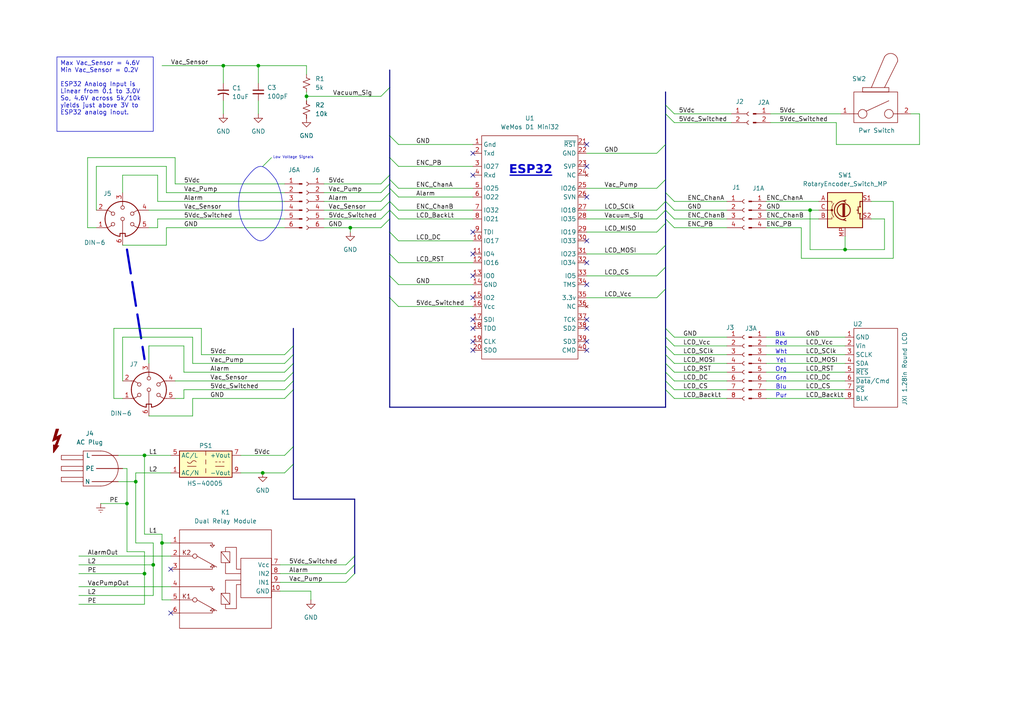
<source format=kicad_sch>
(kicad_sch (version 20250114) (generator "eeschema") (generator_version "9.0")
  (paper "A4")
  (title_block (title "CNC Vacuum Pump Controller") (date "2025-07-25") (rev "0.1") (company "JK&Sons, Engineering"))
  (lib_symbols
    (symbol "Connector:Conn_01x02_Pin" (pin_names (offset 1.016) (hide yes))
      (property "Reference" "J" (at 0 2.54 0))
      (property "Value" "Conn_01x02_Pin" (at 0 -5.08 0))
      (symbol "Conn_01x02_Pin_1_1"
        (pin passive line (at 5.08 0 180) (length 3.81) (name "Pin_1") (number "1"))
        (pin passive line (at 5.08 -2.54 180) (length 3.81) (name "Pin_2") (number "2"))
      )
    )
    (symbol "Connector:Conn_01x02_Socket" (pin_names (offset 1.016) (hide yes))
      (property "Reference" "J" (at 0 2.54 0))
      (property "Value" "Conn_01x02_Socket" (at 0 -5.08 0))
      (symbol "Conn_01x02_Socket_1_1"
        (pin passive line (at -5.08 0 0) (length 3.81) (name "Pin_1") (number "1"))
        (pin passive line (at -5.08 -2.54 0) (length 3.81) (name "Pin_2") (number "2"))
      )
    )
    (symbol "Connector:Conn_01x04_Pin" (pin_names (offset 1.016) (hide yes))
      (property "Reference" "J" (at 0 5.08 0))
      (property "Value" "Conn_01x04_Pin" (at 0 -7.62 0))
      (symbol "Conn_01x04_Pin_1_1"
        (pin passive line (at 5.08 2.54 180) (length 3.81) (name "Pin_1") (number "1"))
        (pin passive line (at 5.08 0 180) (length 3.81) (name "Pin_2") (number "2"))
        (pin passive line (at 5.08 -2.54 180) (length 3.81) (name "Pin_3") (number "3"))
        (pin passive line (at 5.08 -5.08 180) (length 3.81) (name "Pin_4") (number "4"))
      )
    )
    (symbol "Connector:Conn_01x04_Socket" (pin_names (offset 1.016) (hide yes))
      (property "Reference" "J" (at 0 5.08 0))
      (property "Value" "Conn_01x04_Socket" (at 0 -7.62 0))
      (symbol "Conn_01x04_Socket_1_1"
        (pin passive line (at -5.08 2.54 0) (length 3.81) (name "Pin_1") (number "1"))
        (pin passive line (at -5.08 0 0) (length 3.81) (name "Pin_2") (number "2"))
        (pin passive line (at -5.08 -2.54 0) (length 3.81) (name "Pin_3") (number "3"))
        (pin passive line (at -5.08 -5.08 0) (length 3.81) (name "Pin_4") (number "4"))
      )
    )
    (symbol "Connector:Conn_01x06_Pin" (pin_names (offset 1.016) (hide yes))
      (property "Reference" "J" (at 0 7.62 0))
      (property "Value" "Conn_01x06_Pin" (at 0 -10.16 0))
      (symbol "Conn_01x06_Pin_1_1"
        (pin passive line (at 5.08 5.08 180) (length 3.81) (name "Pin_1") (number "1"))
        (pin passive line (at 5.08 2.54 180) (length 3.81) (name "Pin_2") (number "2"))
        (pin passive line (at 5.08 0 180) (length 3.81) (name "Pin_3") (number "3"))
        (pin passive line (at 5.08 -2.54 180) (length 3.81) (name "Pin_4") (number "4"))
        (pin passive line (at 5.08 -5.08 180) (length 3.81) (name "Pin_5") (number "5"))
        (pin passive line (at 5.08 -7.62 180) (length 3.81) (name "Pin_6") (number "6"))
      )
    )
    (symbol "Connector:Conn_01x06_Socket" (pin_names (offset 1.016) (hide yes))
      (property "Reference" "J" (at 0 7.62 0))
      (property "Value" "Conn_01x06_Socket" (at 0 -10.16 0))
      (symbol "Conn_01x06_Socket_1_1"
        (pin passive line (at -5.08 5.08 0) (length 3.81) (name "Pin_1") (number "1"))
        (pin passive line (at -5.08 2.54 0) (length 3.81) (name "Pin_2") (number "2"))
        (pin passive line (at -5.08 0 0) (length 3.81) (name "Pin_3") (number "3"))
        (pin passive line (at -5.08 -2.54 0) (length 3.81) (name "Pin_4") (number "4"))
        (pin passive line (at -5.08 -5.08 0) (length 3.81) (name "Pin_5") (number "5"))
        (pin passive line (at -5.08 -7.62 0) (length 3.81) (name "Pin_6") (number "6"))
      )
    )
    (symbol "Connector:Conn_01x08_Pin" (pin_names (offset 1.016) (hide yes))
      (property "Reference" "J" (at 0 10.16 0))
      (property "Value" "Conn_01x08_Pin" (at 0 -12.7 0))
      (symbol "Conn_01x08_Pin_1_1"
        (pin passive line (at 5.08 7.62 180) (length 3.81) (name "Pin_1") (number "1"))
        (pin passive line (at 5.08 5.08 180) (length 3.81) (name "Pin_2") (number "2"))
        (pin passive line (at 5.08 2.54 180) (length 3.81) (name "Pin_3") (number "3"))
        (pin passive line (at 5.08 0 180) (length 3.81) (name "Pin_4") (number "4"))
        (pin passive line (at 5.08 -2.54 180) (length 3.81) (name "Pin_5") (number "5"))
        (pin passive line (at 5.08 -5.08 180) (length 3.81) (name "Pin_6") (number "6"))
        (pin passive line (at 5.08 -7.62 180) (length 3.81) (name "Pin_7") (number "7"))
        (pin passive line (at 5.08 -10.16 180) (length 3.81) (name "Pin_8") (number "8"))
      )
    )
    (symbol "Connector:Conn_01x08_Socket" (pin_names (offset 1.016) (hide yes))
      (property "Reference" "J" (at 0 10.16 0))
      (property "Value" "Conn_01x08_Socket" (at 0 -12.7 0))
      (symbol "Conn_01x08_Socket_1_1"
        (pin passive line (at -5.08 7.62 0) (length 3.81) (name "Pin_1") (number "1"))
        (pin passive line (at -5.08 5.08 0) (length 3.81) (name "Pin_2") (number "2"))
        (pin passive line (at -5.08 2.54 0) (length 3.81) (name "Pin_3") (number "3"))
        (pin passive line (at -5.08 0 0) (length 3.81) (name "Pin_4") (number "4"))
        (pin passive line (at -5.08 -2.54 0) (length 3.81) (name "Pin_5") (number "5"))
        (pin passive line (at -5.08 -5.08 0) (length 3.81) (name "Pin_6") (number "6"))
        (pin passive line (at -5.08 -7.62 0) (length 3.81) (name "Pin_7") (number "7"))
        (pin passive line (at -5.08 -10.16 0) (length 3.81) (name "Pin_8") (number "8"))
      )
    )
    (symbol "Connector:DIN-6" (pin_names (offset 1.016))
      (property "Reference" "J" (at 3.175 5.715 0))
      (property "Value" "DIN-6" (at 4.445 -4.445 0))
      (symbol "DIN-6_1_1"
        (pin passive line (at -7.62 2.54 0) (length 2.54) (name "~") (number "2"))
        (pin passive line (at -7.62 -2.54 0) (length 2.54) (name "~") (number "1"))
        (pin passive line (at 0 7.62 270) (length 2.54) (name "~") (number "3"))
        (pin passive line (at 0 -7.62 90) (length 2.54) (name "~") (number "6"))
        (pin passive line (at 7.62 2.54 180) (length 2.54) (name "~") (number "4"))
        (pin passive line (at 7.62 -2.54 180) (length 2.54) (name "~") (number "5"))
      )
    )
    (symbol "Converter_ACDC:HS-40005"
      (property "Reference" "PS" (at 0 5.08 0))
      (property "Value" "HS-40005" (at 0 -5.08 0))
      (symbol "HS-40005_1_1"
        (pin power_in line (at -10.16 2.54 0) (length 2.54) (name "AC/L") (number "5"))
        (pin power_in line (at -10.16 -2.54 0) (length 2.54) (name "AC/N") (number "1"))
        (pin power_out line (at 10.16 2.54 180) (length 2.54) (name "+Vout") (number "7"))
        (pin power_out line (at 10.16 -2.54 180) (length 2.54) (name "-Vout") (number "9"))
      )
    )
    (symbol "Device:C_Small" (pin_numbers (hide yes)) (pin_names (offset 0.254) (hide yes))
      (property "Reference" "C" (at 0.254 1.778 0))
      (property "Value" "C_Small" (at 0.254 -2.032 0))
      (symbol "C_Small_1_1"
        (pin passive line (at 0 2.54 270) (length 2.032) (name "~") (number "1"))
        (pin passive line (at 0 -2.54 90) (length 2.032) (name "~") (number "2"))
      )
    )
    (symbol "Device:C_Small_US" (pin_numbers (hide yes)) (pin_names (offset 0.254) (hide yes))
      (property "Reference" "C" (at 0.254 1.778 0))
      (property "Value" "C_Small_US" (at 0.254 -2.032 0))
      (symbol "C_Small_US_1_1"
        (pin passive line (at 0 2.54 270) (length 2.032) (name "~") (number "1"))
        (pin passive line (at 0 -2.54 90) (length 2.032) (name "~") (number "2"))
      )
    )
    (symbol "Device:R_Small_US" (pin_numbers (hide yes)) (pin_names (offset 0.254) (hide yes))
      (property "Reference" "R" (at 0.762 0.508 0))
      (property "Value" "R_Small_US" (at 0.762 -1.016 0))
      (symbol "R_Small_US_1_1"
        (pin passive line (at 0 2.54 270) (length 1.016) (name "~") (number "1"))
        (pin passive line (at 0 -2.54 90) (length 1.016) (name "~") (number "2"))
      )
    )
    (symbol "Device:RotaryEncoder_Switch_MP" (pin_names (offset 0.254) (hide yes))
      (property "Reference" "SW" (at 0 8.89 0))
      (property "Value" "RotaryEncoder_Switch_MP" (at 0 6.35 0))
      (symbol "RotaryEncoder_Switch_MP_1_1"
        (pin passive line (at -7.62 2.54 0) (length 2.54) (name "A") (number "A"))
        (pin passive line (at -7.62 0 0) (length 2.54) (name "C") (number "C"))
        (pin passive line (at -7.62 -2.54 0) (length 2.54) (name "B") (number "B"))
        (pin passive line (at 0 -7.62 90) (length 2.54) (name "MP") (number "MP"))
        (pin passive line (at 7.62 2.54 180) (length 2.54) (name "S1") (number "S1"))
        (pin passive line (at 7.62 -2.54 180) (length 2.54) (name "S2") (number "S2"))
      )
    )
    (symbol "Graphic:SYM_Flash_Small" (in_bom no) (on_board no))
    (symbol "JK_And_Sons:AC_Plug"
      (property "Reference" "J" (at 6.858 1.778 0))
      (property "Value" "AC Plug" (at 9.906 -11.938 0))
      (symbol "AC_Plug_1_1"
        (pin power_out line (at 16.51 -1.27 180) (length 7.62) (name "L") (number ""))
        (pin power_out line (at 16.51 -8.89 180) (length 7.62) (name "N") (number ""))
        (pin passive line (at 17.78 -5.08 180) (length 7.62) (name "PE") (number ""))
      )
    )
    (symbol "JK_And_Sons:Dual_Relay_Mod"
      (property "Reference" "K" (at -1.524 1.524 0))
      (property "Value" "Dual Relay Module" (at 13.208 -30.226 0))
      (symbol "Dual_Relay_Mod_1_1"
        (text "K2" (at 2.032 -6.604 0) (effects (font (size 1.27 1.27))))
        (text "K1" (at 2.032 -19.304 0) (effects (font (size 1.27 1.27))))
        (pin passive line (at -2.54 -3.81 0) (length 2.54) (name "") (number "1"))
        (pin passive line (at -2.54 -7.62 0) (length 2.54) (name "") (number "2"))
        (pin passive line (at -2.54 -11.43 0) (length 2.54) (name "") (number "3"))
        (pin passive line (at -2.54 -16.51 0) (length 2.54) (name "") (number "4"))
        (pin passive line (at -2.54 -20.32 0) (length 2.54) (name "") (number "5"))
        (pin passive line (at -2.54 -24.13 0) (length 2.54) (name "") (number "6"))
        (pin power_in line (at 29.21 -10.16 180) (length 2.54) (name "Vcc") (number "7"))
        (pin input line (at 29.21 -12.7 180) (length 2.54) (name "IN2") (number "8"))
        (pin input line (at 29.21 -15.24 180) (length 2.54) (name "IN1") (number "9"))
        (pin input line (at 29.21 -17.78 180) (length 2.54) (name "GND") (number "10"))
      )
    )
    (symbol "JK_And_Sons:JXI_1pt28in_LCD"
      (property "Reference" "U" (at -0.762 1.016 0))
      (property "Value" "JXI 1.28in Round LCD" (at 3.302 -24.384 0))
      (symbol "JXI_1pt28in_LCD_1_1"
        (pin power_in line (at -2.54 -2.54 0) (length 2.54) (name "GND") (number "1"))
        (pin power_in line (at -2.54 -5.08 0) (length 2.54) (name "Vin") (number "2"))
        (pin input line (at -2.54 -7.62 0) (length 2.54) (name "SCLK") (number "3"))
        (pin input line (at -2.54 -10.16 0) (length 2.54) (name "SDA") (number "4"))
        (pin input line (at -2.54 -12.7 0) (length 2.54) (name "~{RES}") (number "5"))
        (pin input line (at -2.54 -15.24 0) (length 2.54) (name "~{Data}/Cmd") (number "6"))
        (pin input line (at -2.54 -17.78 0) (length 2.54) (name "~{CS}") (number "7"))
        (pin input line (at -2.54 -20.32 0) (length 2.54) (name "BLK") (number "8"))
      )
    )
    (symbol "JK_And_Sons:Toggle_Switch"
      (property "Reference" "SW" (at 1.27 7.874 0))
      (symbol "Toggle_Switch_1_1"
        (pin passive line (at -2.54 -2.54 0) (length 2.54) (name "") (number "1"))
        (pin passive line (at 17.78 -2.54 180) (length 2.54) (name "") (number "2"))
      )
    )
    (symbol "JK_And_Sons:WeMos_D1_Mini32"
      (property "Reference" "U1" (at 13.97 5.08 0))
      (property "Value" "WeMos D1 Mini32" (at 13.97 2.54 0))
      (symbol "WeMos_D1_Mini32_1_1"
        (pin power_in line (at -2.54 -2.54 0) (length 2.54) (name "Gnd") (number "1"))
        (pin output line (at -2.54 -5.08 0) (length 2.54) (name "Txd") (number "2"))
        (pin bidirectional line (at -2.54 -8.89 0) (length 2.54) (name "IO27") (number "3"))
        (pin input line (at -2.54 -11.43 0) (length 2.54) (name "Rxd") (number "4"))
        (pin bidirectional line (at -2.54 -15.24 0) (length 2.54) (name "IO25") (number "5"))
        (pin bidirectional line (at -2.54 -17.78 0) (length 2.54) (name "IO22") (number "6"))
        (pin input line (at -2.54 -21.59 0) (length 2.54) (name "IO32") (number "7"))
        (pin bidirectional line (at -2.54 -24.13 0) (length 2.54) (name "IO21") (number "8"))
        (pin free line (at -2.54 -27.94 0) (length 2.54) (name "TDI") (number "9"))
        (pin bidirectional line (at -2.54 -30.48 0) (length 2.54) (name "IO17") (number "10"))
        (pin bidirectional line (at -2.54 -34.29 0) (length 2.54) (name "IO4") (number "11"))
        (pin bidirectional line (at -2.54 -36.83 0) (length 2.54) (name "IO16") (number "12"))
        (pin bidirectional line (at -2.54 -40.64 0) (length 2.54) (name "IO0") (number "13"))
        (pin power_in line (at -2.54 -43.18 0) (length 2.54) (name "GND") (number "14"))
        (pin bidirectional line (at -2.54 -46.99 0) (length 2.54) (name "IO2") (number "15"))
        (pin power_in line (at -2.54 -49.53 0) (length 2.54) (name "Vcc") (number "16"))
        (pin free line (at -2.54 -53.34 0) (length 2.54) (name "SDI") (number "17"))
        (pin free line (at -2.54 -55.88 0) (length 2.54) (name "TDO") (number "18"))
        (pin free line (at -2.54 -59.69 0) (length 2.54) (name "CLK") (number "19"))
        (pin free line (at -2.54 -62.23 0) (length 2.54) (name "SDO") (number "20"))
        (pin input line (at 30.48 -2.54 180) (length 2.54) (name "~{RST}") (number "21"))
        (pin power_in line (at 30.48 -5.08 180) (length 2.54) (name "GND") (number "22"))
        (pin free line (at 30.48 -8.89 180) (length 2.54) (name "SVP") (number "23"))
        (pin no_connect line (at 30.48 -11.43 180) (length 2.54) (name "NC") (number "24"))
        (pin bidirectional line (at 30.48 -15.24 180) (length 2.54) (name "IO26") (number "25"))
        (pin free line (at 30.48 -17.78 180) (length 2.54) (name "SVN") (number "26"))
        (pin bidirectional line (at 30.48 -21.59 180) (length 2.54) (name "IO18") (number "27"))
        (pin input line (at 30.48 -24.13 180) (length 2.54) (name "IO35") (number "28"))
        (pin bidirectional line (at 30.48 -27.94 180) (length 2.54) (name "IO19") (number "29"))
        (pin input line (at 30.48 -30.48 180) (length 2.54) (name "IO33") (number "30"))
        (pin bidirectional line (at 30.48 -34.29 180) (length 2.54) (name "IO23") (number "31"))
        (pin input line (at 30.48 -36.83 180) (length 2.54) (name "IO34") (number "32"))
        (pin bidirectional line (at 30.48 -40.64 180) (length 2.54) (name "IO5") (number "33"))
        (pin free line (at 30.48 -43.18 180) (length 2.54) (name "TMS") (number "34"))
        (pin power_out line (at 30.48 -46.99 180) (length 2.54) (name "3.3v") (number "35"))
        (pin no_connect line (at 30.48 -49.53 180) (length 2.54) (name "NC") (number "36"))
        (pin free line (at 30.48 -53.34 180) (length 2.54) (name "TCK") (number "37"))
        (pin free line (at 30.48 -55.88 180) (length 2.54) (name "SD2") (number "38"))
        (pin free line (at 30.48 -59.69 180) (length 2.54) (name "SD3") (number "39"))
        (pin free line (at 30.48 -62.23 180) (length 2.54) (name "CMD") (number "40"))
      )
    )
    (symbol "power:Earth" (power) (pin_numbers (hide yes)) (pin_names (offset 0) (hide yes))
      (property "Value" "Earth" (at 0 -3.81 0))
      (symbol "Earth_1_1"
        (pin power_in line (at 0 0 270) (length 0) (name "~") (number "1"))
      )
    )
    (symbol "power:GND" (power) (pin_numbers (hide yes)) (pin_names (offset 0) (hide yes))
      (property "Value" "GND" (at 0 -3.81 0))
      (symbol "GND_1_1"
        (pin power_in line (at 0 0 270) (length 0) (name "~") (number "1"))
      )
    )
  )
  (bezier (pts (xy 80.01 52.07) (xy 76.2 46.99) (xy 74.93 46.99) (xy 71.12 52.07)))
  (bezier (pts (xy 80.01 66.04) (xy 82.55 62.23) (xy 82.55 57.15) (xy 80.01 52.07)))
  (bezier (pts (xy 71.12 66.04) (xy 68.58 62.23) (xy 68.58 55.88) (xy 71.12 52.07)))
  (bezier (pts (xy 80.01 66.04) (xy 76.2 71.12) (xy 74.93 71.12) (xy 71.12 66.04)))
  (text "Red" (at 226.568 99.568 0) (effects (font (size 1.27 1.27))))
  (text "Pur" (at 226.568 114.808 0) (effects (font (size 1.27 1.27))))
  (text "Blu" (at 226.568 112.268 0) (effects (font (size 1.27 1.27))))
  (text "Wht" (at 226.568 102.108 0) (effects (font (size 1.27 1.27))))
  (text "ESP32" (at 153.924 50.038 0) (effects (font (size 2.54 2.54) (bold yes))))
  (text "Yel" (at 226.568 104.648 0) (effects (font (size 1.27 1.27))))
  (text "Grn" (at 226.568 109.728 0) (effects (font (size 1.27 1.27))))
  (text "Low Voltage Signals" (at 85.09 45.72 0) (effects (font (size 0.762 0.762) (thickness 0.0953))))
  (text "Org" (at 226.568 107.188 0) (effects (font (size 1.27 1.27))))
  (text "Blk" (at 226.314 97.028 0) (effects (font (size 1.27 1.27))))
  (text_box "Max Vac_Sensor = 4.6V\nMin Vac_Sensor = 0.2V\n\nESP32 Analog Input is\nLinear from 0.1 to 3.0V\nSo, 4.6V across 5k/10k\nyields just above 3V to\nESP32 analog inout." (at 16.51 16.51 0) (size 27.94 21.59) (margins 0.9525 0.9525 0.9525 0.9525) (effects (font (size 1.27 1.27)) (justify left top)))
  (junction (at 36.83 146.05))
  (junction (at 64.77 19.05))
  (junction (at 44.45 163.83))
  (junction (at 39.37 139.7))
  (junction (at 245.11 72.39))
  (junction (at 41.91 166.37))
  (junction (at 101.6 66.04))
  (junction (at 88.9 27.94))
  (junction (at 76.2 137.16))
  (junction (at 46.99 157.48))
  (junction (at 41.91 132.08))
  (junction (at 234.95 60.96))
  (junction (at 74.93 19.05))
  (no_connect (at 170.18 92.71))
  (no_connect (at 170.18 69.85))
  (no_connect (at 49.53 165.1))
  (no_connect (at 137.16 99.06))
  (no_connect (at 137.16 101.6))
  (no_connect (at 170.18 95.25))
  (no_connect (at 137.16 95.25))
  (no_connect (at 137.16 86.36))
  (no_connect (at 137.16 67.31))
  (no_connect (at 170.18 76.2))
  (no_connect (at 137.16 73.66))
  (no_connect (at 170.18 48.26))
  (no_connect (at 137.16 92.71))
  (no_connect (at 170.18 101.6))
  (no_connect (at 170.18 99.06))
  (no_connect (at 170.18 41.91))
  (no_connect (at 137.16 50.8))
  (no_connect (at 137.16 80.01))
  (no_connect (at 137.16 44.45))
  (no_connect (at 170.18 82.55))
  (no_connect (at 170.18 57.15))
  (no_connect (at 49.53 177.8))
  (bus_entry (at 190.5 54.61) (size 2.54 -2.54))
  (bus_entry (at 190.5 60.96) (size 2.54 -2.54))
  (bus_entry (at 190.5 80.01) (size 2.54 -2.54))
  (bus_entry (at 115.57 69.85) (size -2.54 -2.54))
  (bus_entry (at 110.49 53.34) (size 2.54 -2.54))
  (bus_entry (at 193.04 33.02) (size 2.54 2.54))
  (bus_entry (at 100.33 163.83) (size 2.54 -2.54))
  (bus_entry (at 113.03 54.61) (size 2.54 2.54))
  (bus_entry (at 82.55 132.08) (size 2.54 -2.54))
  (bus_entry (at 82.55 102.87) (size 2.54 -2.54))
  (bus_entry (at 82.55 105.41) (size 2.54 -2.54))
  (bus_entry (at 115.57 63.5) (size -2.54 -2.54))
  (bus_entry (at 82.55 107.95) (size 2.54 -2.54))
  (bus_entry (at 195.58 110.49) (size -2.54 -2.54))
  (bus_entry (at 115.57 41.91) (size -2.54 -2.54))
  (bus_entry (at 195.58 100.33) (size -2.54 -2.54))
  (bus_entry (at 110.49 66.04) (size 2.54 -2.54))
  (bus_entry (at 190.5 63.5) (size 2.54 -2.54))
  (bus_entry (at 115.57 76.2) (size -2.54 -2.54))
  (bus_entry (at 190.5 86.36) (size 2.54 -2.54))
  (bus_entry (at 82.55 115.57) (size 2.54 -2.54))
  (bus_entry (at 195.58 107.95) (size -2.54 -2.54))
  (bus_entry (at 82.55 110.49) (size 2.54 -2.54))
  (bus_entry (at 195.58 58.42) (size -2.54 -2.54))
  (bus_entry (at 115.57 82.55) (size -2.54 -2.54))
  (bus_entry (at 110.49 60.96) (size 2.54 -2.54))
  (bus_entry (at 195.58 63.5) (size -2.54 -2.54))
  (bus_entry (at 195.58 102.87) (size -2.54 -2.54))
  (bus_entry (at 190.5 73.66) (size 2.54 -2.54))
  (bus_entry (at 195.58 97.79) (size -2.54 -2.54))
  (bus_entry (at 82.55 113.03) (size 2.54 -2.54))
  (bus_entry (at 82.55 137.16) (size 2.54 -2.54))
  (bus_entry (at 110.49 63.5) (size 2.54 -2.54))
  (bus_entry (at 115.57 48.26) (size -2.54 -2.54))
  (bus_entry (at 190.5 44.45) (size 2.54 -2.54))
  (bus_entry (at 110.49 55.88) (size 2.54 -2.54))
  (bus_entry (at 100.33 168.91) (size 2.54 -2.54))
  (bus_entry (at 195.58 105.41) (size -2.54 -2.54))
  (bus_entry (at 195.58 113.03) (size -2.54 -2.54))
  (bus_entry (at 193.04 30.48) (size 2.54 2.54))
  (bus_entry (at 195.58 60.96) (size -2.54 -2.54))
  (bus_entry (at 115.57 54.61) (size -2.54 -2.54))
  (bus_entry (at 195.58 66.04) (size -2.54 -2.54))
  (bus_entry (at 190.5 67.31) (size 2.54 -2.54))
  (bus_entry (at 100.33 166.37) (size 2.54 -2.54))
  (bus_entry (at 195.58 115.57) (size -2.54 -2.54))
  (bus_entry (at 110.49 58.42) (size 2.54 -2.54))
  (bus_entry (at 110.49 27.94) (size 2.54 -2.54))
  (bus_entry (at 115.57 60.96) (size -2.54 -2.54))
  (bus_entry (at 115.57 88.9) (size -2.54 -2.54))
  (bus_entry (at 76.2 48.26) (size 2.54 -2.54))
  (wire (pts (xy 256.54 72.39) (xy 245.11 72.39)))
  (wire (pts (xy 69.85 132.08) (xy 82.55 132.08)))
  (wire (pts (xy 115.57 60.96) (xy 137.16 60.96)))
  (wire (pts (xy 43.18 105.41) (xy 43.18 100.33)))
  (wire (pts (xy 39.37 157.48) (xy 44.45 157.48)))
  (wire (pts (xy 64.77 19.05) (xy 64.77 24.13)))
  (wire (pts (xy 82.55 63.5) (xy 45.72 63.5)))
  (wire (pts (xy 53.34 115.57) (xy 50.8 115.57)))
  (wire (pts (xy 195.58 100.33) (xy 210.82 100.33)))
  (wire (pts (xy 222.25 60.96) (xy 234.95 60.96)))
  (bus (pts (xy 113.03 52.07) (xy 113.03 53.34)))
  (bus (pts (xy 113.03 20.32) (xy 113.03 25.4)))
  (wire (pts (xy 252.73 63.5) (xy 256.54 63.5)))
  (wire (pts (xy 88.9 19.05) (xy 88.9 21.59)))
  (bus (pts (xy 113.03 118.11) (xy 193.04 118.11)))
  (polyline (pts (xy 147.955 50.8) (xy 160.02 50.8)) (stroke (width 0.381) (type solid)))
  (wire (pts (xy 34.29 139.7) (xy 39.37 139.7)))
  (wire (pts (xy 43.18 60.96) (xy 82.55 60.96)))
  (bus (pts (xy 193.04 95.25) (xy 193.04 97.79)))
  (wire (pts (xy 245.11 68.58) (xy 245.11 72.39)))
  (bus (pts (xy 113.03 54.61) (xy 113.03 55.88)))
  (wire (pts (xy 35.56 55.88) (xy 35.56 50.8)))
  (wire (pts (xy 64.77 19.05) (xy 74.93 19.05)))
  (bus (pts (xy 193.04 26.67) (xy 193.04 30.48)))
  (wire (pts (xy 115.57 48.26) (xy 137.16 48.26)))
  (wire (pts (xy 242.57 41.91) (xy 266.7 41.91)))
  (wire (pts (xy 245.11 72.39) (xy 234.95 72.39)))
  (bus (pts (xy 193.04 100.33) (xy 193.04 102.87)))
  (wire (pts (xy 45.72 50.8) (xy 45.72 58.42)))
  (wire (pts (xy 93.98 53.34) (xy 110.49 53.34)))
  (wire (pts (xy 25.4 66.04) (xy 25.4 45.72)))
  (wire (pts (xy 50.8 110.49) (xy 82.55 110.49)))
  (bus (pts (xy 113.03 50.8) (xy 113.03 52.07)))
  (wire (pts (xy 41.91 166.37) (xy 41.91 175.26)))
  (wire (pts (xy 195.58 35.56) (xy 212.09 35.56)))
  (bus (pts (xy 193.04 33.02) (xy 193.04 41.91)))
  (wire (pts (xy 223.52 35.56) (xy 242.57 35.56)))
  (wire (pts (xy 234.95 72.39) (xy 234.95 60.96)))
  (bus (pts (xy 193.04 71.12) (xy 193.04 77.47)))
  (wire (pts (xy 266.7 33.02) (xy 264.16 33.02)))
  (bus (pts (xy 102.87 166.37) (xy 102.87 163.83)))
  (bus (pts (xy 193.04 77.47) (xy 193.04 83.82)))
  (wire (pts (xy 93.98 60.96) (xy 110.49 60.96)))
  (wire (pts (xy 195.58 58.42) (xy 210.82 58.42)))
  (bus (pts (xy 193.04 30.48) (xy 193.04 33.02)))
  (wire (pts (xy 34.29 132.08) (xy 41.91 132.08)))
  (wire (pts (xy 22.86 161.29) (xy 49.53 161.29)))
  (wire (pts (xy 55.88 97.79) (xy 55.88 105.41)))
  (bus (pts (xy 113.03 25.4) (xy 113.03 39.37)))
  (wire (pts (xy 48.26 48.26) (xy 48.26 55.88)))
  (wire (pts (xy 195.58 60.96) (xy 210.82 60.96)))
  (wire (pts (xy 259.08 74.93) (xy 259.08 58.42)))
  (wire (pts (xy 74.93 29.21) (xy 74.93 33.02)))
  (bus (pts (xy 113.03 39.37) (xy 113.03 45.72)))
  (wire (pts (xy 81.28 166.37) (xy 100.33 166.37)))
  (wire (pts (xy 50.8 45.72) (xy 50.8 53.34)))
  (wire (pts (xy 22.86 166.37) (xy 41.91 166.37)))
  (bus (pts (xy 113.03 67.31) (xy 113.03 73.66)))
  (wire (pts (xy 81.28 168.91) (xy 100.33 168.91)))
  (wire (pts (xy 36.83 160.02) (xy 41.91 160.02)))
  (wire (pts (xy 53.34 113.03) (xy 53.34 115.57)))
  (wire (pts (xy 64.77 29.21) (xy 64.77 33.02)))
  (wire (pts (xy 44.45 163.83) (xy 44.45 172.72)))
  (wire (pts (xy 35.56 115.57) (xy 33.02 115.57)))
  (wire (pts (xy 222.25 115.57) (xy 245.11 115.57)))
  (wire (pts (xy 53.34 100.33) (xy 53.34 107.95)))
  (wire (pts (xy 48.26 66.04) (xy 82.55 66.04)))
  (wire (pts (xy 22.86 163.83) (xy 44.45 163.83)))
  (bus (pts (xy 85.09 134.62) (xy 85.09 129.54)))
  (bus (pts (xy 193.04 110.49) (xy 193.04 113.03)))
  (bus (pts (xy 193.04 113.03) (xy 193.04 118.11)))
  (bus (pts (xy 193.04 55.88) (xy 193.04 58.42)))
  (bus (pts (xy 85.09 113.03) (xy 85.09 129.54)))
  (wire (pts (xy 81.28 171.45) (xy 90.17 171.45)))
  (wire (pts (xy 170.18 60.96) (xy 190.5 60.96)))
  (wire (pts (xy 33.02 95.25) (xy 58.42 95.25)))
  (wire (pts (xy 44.45 157.48) (xy 44.45 163.83)))
  (wire (pts (xy 232.41 74.93) (xy 259.08 74.93)))
  (wire (pts (xy 36.83 146.05) (xy 36.83 160.02)))
  (bus (pts (xy 102.87 161.29) (xy 102.87 144.78)))
  (bus (pts (xy 113.03 58.42) (xy 113.03 60.96)))
  (wire (pts (xy 256.54 63.5) (xy 256.54 72.39)))
  (bus (pts (xy 193.04 41.91) (xy 193.04 52.07)))
  (bus (pts (xy 85.09 100.33) (xy 85.09 102.87)))
  (wire (pts (xy 29.21 146.05) (xy 36.83 146.05)))
  (bus (pts (xy 193.04 58.42) (xy 193.04 60.96)))
  (wire (pts (xy 195.58 63.5) (xy 210.82 63.5)))
  (wire (pts (xy 170.18 54.61) (xy 190.5 54.61)))
  (bus (pts (xy 85.09 95.25) (xy 85.09 100.33)))
  (wire (pts (xy 115.57 63.5) (xy 137.16 63.5)))
  (wire (pts (xy 195.58 110.49) (xy 210.82 110.49)))
  (wire (pts (xy 46.99 157.48) (xy 46.99 154.94)))
  (wire (pts (xy 22.86 175.26) (xy 41.91 175.26)))
  (bus (pts (xy 193.04 102.87) (xy 193.04 105.41)))
  (wire (pts (xy 81.28 163.83) (xy 100.33 163.83)))
  (wire (pts (xy 45.72 63.5) (xy 45.72 66.04)))
  (wire (pts (xy 22.86 170.18) (xy 49.53 170.18)))
  (wire (pts (xy 39.37 139.7) (xy 39.37 137.16)))
  (bus (pts (xy 193.04 83.82) (xy 193.04 95.25)))
  (wire (pts (xy 222.25 66.04) (xy 232.41 66.04)))
  (bus (pts (xy 193.04 63.5) (xy 193.04 64.77)))
  (bus (pts (xy 113.03 86.36) (xy 113.03 118.11)))
  (wire (pts (xy 93.98 55.88) (xy 110.49 55.88)))
  (wire (pts (xy 222.25 107.95) (xy 245.11 107.95)))
  (wire (pts (xy 55.88 105.41) (xy 82.55 105.41)))
  (wire (pts (xy 88.9 27.94) (xy 110.49 27.94)))
  (wire (pts (xy 50.8 53.34) (xy 82.55 53.34)))
  (polyline (pts (xy 36.83 72.39) (xy 41.91 104.14)) (stroke (width 0.635) (type dash)))
  (wire (pts (xy 33.02 115.57) (xy 33.02 95.25)))
  (wire (pts (xy 27.94 48.26) (xy 48.26 48.26)))
  (wire (pts (xy 222.25 110.49) (xy 245.11 110.49)))
  (wire (pts (xy 222.25 102.87) (xy 245.11 102.87)))
  (wire (pts (xy 69.85 137.16) (xy 76.2 137.16)))
  (wire (pts (xy 195.58 102.87) (xy 210.82 102.87)))
  (wire (pts (xy 35.56 97.79) (xy 55.88 97.79)))
  (wire (pts (xy 45.72 66.04) (xy 43.18 66.04)))
  (wire (pts (xy 170.18 44.45) (xy 190.5 44.45)))
  (wire (pts (xy 88.9 19.05) (xy 74.93 19.05)))
  (wire (pts (xy 266.7 41.91) (xy 266.7 33.02)))
  (bus (pts (xy 85.09 102.87) (xy 85.09 105.41)))
  (wire (pts (xy 46.99 157.48) (xy 49.53 157.48)))
  (wire (pts (xy 259.08 58.42) (xy 252.73 58.42)))
  (wire (pts (xy 115.57 57.15) (xy 137.16 57.15)))
  (wire (pts (xy 48.26 71.12) (xy 48.26 66.04)))
  (wire (pts (xy 22.86 172.72) (xy 44.45 172.72)))
  (wire (pts (xy 232.41 66.04) (xy 232.41 74.93)))
  (wire (pts (xy 170.18 80.01) (xy 190.5 80.01)))
  (wire (pts (xy 115.57 54.61) (xy 137.16 54.61)))
  (wire (pts (xy 48.26 55.88) (xy 82.55 55.88)))
  (wire (pts (xy 25.4 45.72) (xy 50.8 45.72)))
  (wire (pts (xy 222.25 63.5) (xy 237.49 63.5)))
  (wire (pts (xy 27.94 60.96) (xy 27.94 48.26)))
  (wire (pts (xy 46.99 19.05) (xy 64.77 19.05)))
  (wire (pts (xy 115.57 82.55) (xy 137.16 82.55)))
  (wire (pts (xy 41.91 132.08) (xy 49.53 132.08)))
  (wire (pts (xy 46.99 173.99) (xy 49.53 173.99)))
  (bus (pts (xy 102.87 163.83) (xy 102.87 161.29)))
  (wire (pts (xy 90.17 171.45) (xy 90.17 173.99)))
  (wire (pts (xy 55.88 115.57) (xy 82.55 115.57)))
  (wire (pts (xy 58.42 95.25) (xy 58.42 102.87)))
  (bus (pts (xy 113.03 63.5) (xy 113.03 67.31)))
  (wire (pts (xy 76.2 137.16) (xy 82.55 137.16)))
  (bus (pts (xy 113.03 53.34) (xy 113.03 54.61)))
  (bus (pts (xy 113.03 45.72) (xy 113.03 50.8)))
  (wire (pts (xy 195.58 113.03) (xy 210.82 113.03)))
  (wire (pts (xy 93.98 58.42) (xy 110.49 58.42)))
  (wire (pts (xy 222.25 100.33) (xy 245.11 100.33)))
  (wire (pts (xy 115.57 88.9) (xy 137.16 88.9)))
  (wire (pts (xy 93.98 66.04) (xy 101.6 66.04)))
  (wire (pts (xy 242.57 35.56) (xy 242.57 41.91)))
  (wire (pts (xy 170.18 67.31) (xy 190.5 67.31)))
  (bus (pts (xy 193.04 60.96) (xy 193.04 63.5)))
  (wire (pts (xy 101.6 66.04) (xy 110.49 66.04)))
  (wire (pts (xy 195.58 115.57) (xy 210.82 115.57)))
  (wire (pts (xy 234.95 60.96) (xy 237.49 60.96)))
  (bus (pts (xy 113.03 80.01) (xy 113.03 86.36)))
  (bus (pts (xy 113.03 73.66) (xy 113.03 80.01)))
  (wire (pts (xy 43.18 120.65) (xy 55.88 120.65)))
  (wire (pts (xy 36.83 135.89) (xy 36.83 146.05)))
  (wire (pts (xy 35.56 110.49) (xy 35.56 97.79)))
  (bus (pts (xy 85.09 144.78) (xy 85.09 134.62)))
  (wire (pts (xy 195.58 97.79) (xy 210.82 97.79)))
  (wire (pts (xy 222.25 58.42) (xy 237.49 58.42)))
  (bus (pts (xy 193.04 105.41) (xy 193.04 107.95)))
  (bus (pts (xy 113.03 55.88) (xy 113.03 58.42)))
  (wire (pts (xy 39.37 139.7) (xy 39.37 157.48)))
  (bus (pts (xy 85.09 110.49) (xy 85.09 113.03)))
  (wire (pts (xy 35.56 71.12) (xy 48.26 71.12)))
  (wire (pts (xy 222.25 105.41) (xy 245.11 105.41)))
  (wire (pts (xy 41.91 160.02) (xy 41.91 166.37)))
  (wire (pts (xy 170.18 73.66) (xy 190.5 73.66)))
  (wire (pts (xy 35.56 135.89) (xy 36.83 135.89)))
  (wire (pts (xy 223.52 33.02) (xy 243.84 33.02)))
  (bus (pts (xy 193.04 52.07) (xy 193.04 55.88)))
  (wire (pts (xy 115.57 76.2) (xy 137.16 76.2)))
  (wire (pts (xy 88.9 27.94) (xy 88.9 29.21)))
  (wire (pts (xy 45.72 58.42) (xy 82.55 58.42)))
  (wire (pts (xy 41.91 154.94) (xy 41.91 132.08)))
  (wire (pts (xy 58.42 102.87) (xy 82.55 102.87)))
  (wire (pts (xy 195.58 105.41) (xy 210.82 105.41)))
  (bus (pts (xy 193.04 107.95) (xy 193.04 110.49)))
  (wire (pts (xy 88.9 26.67) (xy 88.9 27.94)))
  (wire (pts (xy 115.57 69.85) (xy 137.16 69.85)))
  (wire (pts (xy 222.25 97.79) (xy 245.11 97.79)))
  (bus (pts (xy 85.09 107.95) (xy 85.09 110.49)))
  (bus (pts (xy 102.87 144.78) (xy 85.09 144.78)))
  (wire (pts (xy 101.6 66.04) (xy 101.6 67.31)))
  (wire (pts (xy 170.18 63.5) (xy 190.5 63.5)))
  (wire (pts (xy 170.18 86.36) (xy 190.5 86.36)))
  (wire (pts (xy 53.34 113.03) (xy 82.55 113.03)))
  (bus (pts (xy 113.03 60.96) (xy 113.03 63.5)))
  (wire (pts (xy 55.88 120.65) (xy 55.88 115.57)))
  (bus (pts (xy 193.04 64.77) (xy 193.04 71.12)))
  (wire (pts (xy 27.94 66.04) (xy 25.4 66.04)))
  (wire (pts (xy 53.34 107.95) (xy 82.55 107.95)))
  (wire (pts (xy 46.99 157.48) (xy 46.99 173.99)))
  (wire (pts (xy 93.98 63.5) (xy 110.49 63.5)))
  (wire (pts (xy 41.91 154.94) (xy 46.99 154.94)))
  (wire (pts (xy 222.25 113.03) (xy 245.11 113.03)))
  (wire (pts (xy 43.18 100.33) (xy 53.34 100.33)))
  (wire (pts (xy 39.37 137.16) (xy 49.53 137.16)))
  (bus (pts (xy 193.04 97.79) (xy 193.04 100.33)))
  (wire (pts (xy 210.82 66.04) (xy 195.58 66.04)))
  (wire (pts (xy 195.58 33.02) (xy 212.09 33.02)))
  (bus (pts (xy 85.09 105.41) (xy 85.09 107.95)))
  (wire (pts (xy 195.58 107.95) (xy 210.82 107.95)))
  (wire (pts (xy 115.57 41.91) (xy 137.16 41.91)))
  (wire (pts (xy 35.56 50.8) (xy 45.72 50.8)))
  (wire (pts (xy 74.93 24.13) (xy 74.93 19.05)))
  (label "ENC_ChanA" (at 120.65 54.61 0))
  (label "Vac_Sensor" (at 49.53 19.05 0))
  (label "5Vdc" (at 53.34 53.34 0))
  (label "5Vdc" (at 95.25 53.34 0))
  (label "5Vdc_Switched" (at 120.65 88.9 0))
  (label "5Vdc_Switched" (at 83.82 163.83 0))
  (label "5Vdc" (at 226.06 33.02 0))
  (label "LCD_SClk" (at 175.26 60.96 0))
  (label "Vac_Sensor" (at 60.96 110.49 0))
  (label "ENC_ChanA" (at 199.39 58.42 0))
  (label "5Vdc" (at 73.66 132.08 0))
  (label "AlarmOut" (at 25.4 161.29 0) (effects (font (thickness 0.1588))))
  (label "L2" (at 25.4 163.83 0) (effects (font (thickness 0.1588))))
  (label "LCD_MOSI" (at 233.68 105.41 0))
  (label "LCD_DC" (at 233.68 110.49 0))
  (label "L1" (at 43.18 154.94 0) (effects (font (thickness 0.1588))))
  (label "ENC_PB" (at 199.39 66.04 0))
  (label "5Vdc" (at 60.96 102.87 0))
  (label "GND" (at 53.34 66.04 0))
  (label "L2" (at 25.4 172.72 0) (effects (font (thickness 0.1588))))
  (label "ENC_ChanB" (at 199.39 63.5 0))
  (label "5Vdc_Switched" (at 226.06 35.56 0))
  (label "L2" (at 43.18 137.16 0) (effects (font (thickness 0.1588))))
  (label "LCD_BackLt" (at 233.68 115.57 0))
  (label "Alarm" (at 53.34 58.42 0))
  (label "LCD_RST" (at 198.12 107.95 0))
  (label "LCD_Vcc" (at 175.26 86.36 0))
  (label "LCD_BackLt" (at 198.12 115.57 0))
  (label "LCD_CS" (at 175.26 80.01 0))
  (label "Vac_Pump" (at 83.82 168.91 0))
  (label "PE" (at 25.4 175.26 0))
  (label "Vacuum_Sig" (at 96.52 27.94 0))
  (label "Vac_Pump" (at 95.25 55.88 0))
  (label "PE" (at 31.75 146.05 0))
  (label "ENC_ChanB" (at 222.25 63.5 0))
  (label "GND" (at 95.25 66.04 0))
  (label "L1" (at 43.18 132.08 0) (effects (font (thickness 0.1588))))
  (label "5Vdc" (at 196.85 33.02 0))
  (label "GND" (at 198.12 97.79 0))
  (label "Alarm" (at 120.65 57.15 0))
  (label "LCD_CS" (at 198.12 113.03 0))
  (label "Vac_Pump" (at 53.34 55.88 0))
  (label "LCD_Vcc" (at 198.12 100.33 0))
  (label "GND" (at 120.65 41.91 0))
  (label "Vacuum_Sig" (at 175.26 63.5 0))
  (label "LCD_MOSI" (at 175.26 73.66 0))
  (label "GND" (at 199.39 60.96 0))
  (label "LCD_Vcc" (at 233.68 100.33 0))
  (label "LCD_RST" (at 120.65 76.2 0))
  (label "GND" (at 175.26 44.45 0))
  (label "ENC_PB" (at 222.25 66.04 0))
  (label "5Vdc_Switched" (at 60.96 113.03 0))
  (label "LCD_BackLt" (at 120.65 63.5 0))
  (label "PE" (at 25.4 166.37 0))
  (label "GND" (at 233.68 97.79 0))
  (label "ENC_ChanA" (at 222.25 58.42 0))
  (label "LCD_RST" (at 233.68 107.95 0))
  (label "ENC_PB" (at 120.65 48.26 0))
  (label "VacPumpOut" (at 25.4 170.18 0) (effects (font (thickness 0.1588))))
  (label "LCD_MISO" (at 175.26 67.31 0))
  (label "LCD_SClk" (at 233.68 102.87 0))
  (label "Alarm" (at 95.25 58.42 0))
  (label "GND" (at 60.96 115.57 0))
  (label "LCD_DC" (at 120.65 69.85 0))
  (label "Alarm" (at 83.82 166.37 0))
  (label "5Vdc_Switched" (at 53.34 63.5 0))
  (label "LCD_DC" (at 198.12 110.49 0))
  (label "Vac_Pump" (at 60.96 105.41 0))
  (label "5Vdc_Switched" (at 95.25 63.5 0))
  (label "LCD_CS" (at 233.68 113.03 0))
  (label "LCD_MOSI" (at 198.12 105.41 0))
  (label "GND" (at 222.25 60.96 0))
  (label "Vac_Pump" (at 175.26 54.61 0))
  (label "LCD_SClk" (at 198.12 102.87 0))
  (label "Vac_Sensor" (at 53.34 60.96 0))
  (label "5Vdc_Switched" (at 196.85 35.56 0))
  (label "Alarm" (at 60.96 107.95 0))
  (label "Vac_Sensor" (at 95.25 60.96 0))
  (label "ENC_ChanB" (at 120.65 60.96 0))
  (label "GND" (at 120.65 82.55 0))
  (symbol (lib_id "Graphic:SYM_Flash_Small") (at 16.51 128.27 0) (unit 1) (in_bom no) (on_board no)
    (property "Reference" "#SYM1" (effects (hide yes)))
    (property "Value" "SYM_Flash_Small" (effects (hide yes)))
    (property "Description" "Flash symbol, small" (effects (hide yes)))
    (property "Sim.Enable" "0" (effects (hide yes)))
  )
  (symbol (lib_id "Connector:Conn_01x08_Pin") (at 217.17 105.41 0) (unit 1)
    (property "Reference" "J3A" (at 217.805 95.25 0))
    (property "Value" "Conn_01x08_Pin" (effects (hide yes)))
    (property "Description" "Generic connector, single row, 01x08, script generated" (effects (hide yes)))
  )
  (symbol (lib_id "Device:C_Small_US") (at 64.77 26.67 0) (unit 1)
    (property "Reference" "C1" (at 67.31 25.5269 0) (effects (justify left)))
    (property "Value" "10uF" (at 67.31 28.0669 0) (effects (justify left)))
    (property "Description" "capacitor, small US symbol" (effects (hide yes)))
  )
  (symbol (lib_id "power:GND") (at 74.93 33.02 0) (unit 1)
    (property "Reference" "#PWR02" (effects (hide yes)))
    (property "Value" "GND" (at 74.93 38.1 0))
    (property "Description" "Power symbol creates a global label with name \"GND\" , ground" (effects (hide yes)))
  )
  (symbol (lib_id "Converter_ACDC:HS-40005") (at 59.69 134.62 0) (unit 1)
    (property "Reference" "PS1" (at 59.69 129.286 0))
    (property "Value" "HS-40005" (at 59.436 140.208 0))
    (property "Footprint" "Converter_ACDC:Converter_ACDC_Hahn_HS-400xx_THT" (effects (hide yes)))
    (property "Datasheet" "http://www.tme.eu/de/Document/996b08915f81126361ce1f9c12d2f8b9/HS40005.pdf" (effects (hide yes)))
    (property "Description" "5V, 3W, AC-DC module power supply, Hahn" (effects (hide yes)))
  )
  (symbol (lib_id "Device:R_Small_US") (at 88.9 31.75 0) (unit 1)
    (property "Reference" "R2" (at 91.44 30.4799 0) (effects (justify left)))
    (property "Value" "10k" (at 91.44 33.0199 0) (effects (justify left)))
    (property "Description" "Resistor, small US symbol" (effects (hide yes)))
  )
  (symbol (lib_id "Connector:Conn_01x06_Socket") (at 88.9 58.42 0) (mirror y) (unit 1)
    (property "Reference" "J6" (at 91.694 49.276 0))
    (property "Value" "Conn_01x06_Socket" (effects (hide yes)))
    (property "Description" "Generic connector, single row, 01x06, script generated" (effects (hide yes)))
  )
  (symbol (lib_id "JK_And_Sons:Dual_Relay_Mod") (at 52.07 153.67 0) (unit 1)
    (property "Reference" "K1" (at 65.405 148.59 0))
    (property "Value" "Dual Relay Module" (at 65.405 151.13 0))
  )
  (symbol (lib_id "Device:R_Small_US") (at 88.9 24.13 0) (unit 1)
    (property "Reference" "R1" (at 91.44 22.8599 0) (effects (justify left)))
    (property "Value" "5k" (at 91.44 25.3999 0) (effects (justify left)))
    (property "Description" "Resistor, small US symbol" (effects (hide yes)))
  )
  (symbol (lib_id "Device:C_Small") (at 74.93 26.67 0) (unit 1)
    (property "Reference" "C3" (at 77.47 25.4062 0) (effects (justify left)))
    (property "Value" "100pF" (at 77.47 27.9462 0) (effects (justify left)))
    (property "Description" "Unpolarized capacitor, small symbol" (effects (hide yes)))
  )
  (symbol (lib_id "Connector:Conn_01x08_Socket") (at 215.9 105.41 0) (unit 1)
    (property "Reference" "J3" (at 210.566 94.996 0) (effects (justify left)))
    (property "Value" "Conn_01x08_Socket" (effects (hide yes)))
    (property "Description" "Generic connector, single row, 01x08, script generated" (effects (hide yes)))
  )
  (symbol (lib_id "Connector:Conn_01x02_Pin") (at 218.44 33.02 0) (unit 1)
    (property "Reference" "J2A" (at 221.488 29.718 0))
    (property "Value" "Conn_01x02_Pin" (effects (hide yes)))
    (property "Description" "Generic connector, single row, 01x02, script generated" (effects (hide yes)))
  )
  (symbol (lib_id "JK_And_Sons:WeMos_D1_Mini32") (at 139.7 39.37 0) (unit 1)
    (property "Reference" "U1" (at 153.67 34.29 0))
    (property "Value" "WeMos D1 Mini32" (at 153.67 36.83 0))
  )
  (symbol (lib_id "power:GND") (at 76.2 137.16 0) (unit 1)
    (property "Reference" "#PWR06" (effects (hide yes)))
    (property "Value" "GND" (at 76.2 142.24 0))
    (property "Description" "Power symbol creates a global label with name \"GND\" , ground" (effects (hide yes)))
  )
  (symbol (lib_id "Connector:Conn_01x04_Pin") (at 217.17 60.96 0) (unit 1)
    (property "Reference" "J1A" (at 219.964 54.61 0))
    (property "Value" "Conn_01x04_Pin" (effects (hide yes)))
    (property "Description" "Generic connector, single row, 01x04, script generated" (effects (hide yes)))
  )
  (symbol (lib_id "JK_And_Sons:Toggle_Switch") (at 246.38 30.48 0) (unit 1)
    (property "Reference" "SW2" (at 249.174 22.86 0))
    (property "Value" "Pwr Switch" (at 254.254 37.846 0))
  )
  (symbol (lib_id "JK_And_Sons:AC_Plug") (at 17.78 130.81 0) (unit 1)
    (property "Reference" "J4" (at 26.035 125.73 0))
    (property "Value" "AC Plug" (at 26.035 128.27 0))
  )
  (symbol (lib_id "power:GND") (at 64.77 33.02 0) (unit 1)
    (property "Reference" "#PWR01" (effects (hide yes)))
    (property "Value" "GND" (at 64.77 38.1 0))
    (property "Description" "Power symbol creates a global label with name \"GND\" , ground" (effects (hide yes)))
  )
  (symbol (lib_id "power:Earth") (at 29.21 146.05 0) (unit 1)
    (property "Reference" "#PWR05" (effects (hide yes)))
    (property "Value" "Earth" (effects (hide yes)))
    (property "Description" "Power symbol creates a global label with name \"Earth\"" (effects (hide yes)))
  )
  (symbol (lib_id "Device:RotaryEncoder_Switch_MP") (at 245.11 60.96 0) (unit 1)
    (property "Reference" "SW1" (at 245.11 50.8 0))
    (property "Value" "RotaryEncoder_Switch_MP" (at 245.11 53.34 0))
    (property "Description" "Rotary encoder, dual channel, incremental quadrate outputs, with switch and MP Pin" (effects (hide yes)))
  )
  (symbol (lib_id "JK_And_Sons:JXI_1pt28in_LCD") (at 247.65 95.25 0) (unit 1)
    (property "Reference" "U2" (at 247.396 93.98 0) (effects (justify left)))
    (property "Value" "JXI 1.28in Round LCD" (at 262.382 117.602 90) (effects (justify left)))
  )
  (symbol (lib_id "power:GND") (at 90.17 173.99 0) (unit 1)
    (property "Reference" "#PWR07" (effects (hide yes)))
    (property "Value" "GND" (at 90.17 179.07 0))
    (property "Description" "Power symbol creates a global label with name \"GND\" , ground" (effects (hide yes)))
  )
  (symbol (lib_id "Connector:Conn_01x06_Pin") (at 87.63 58.42 0) (mirror y) (unit 1)
    (property "Reference" "J6A" (at 83.566 49.276 0) (effects (justify right)))
    (property "Value" "Conn_01x06_Pin" (effects (hide yes)))
    (property "Description" "Generic connector, single row, 01x06, script generated" (effects (hide yes)))
  )
  (symbol (lib_id "Connector:Conn_01x04_Socket") (at 215.9 60.96 0) (unit 1)
    (property "Reference" "J1" (at 212.344 54.356 0) (effects (justify left)))
    (property "Value" "Conn_01x04_Socket" (effects (hide yes)))
    (property "Description" "Generic connector, single row, 01x04, script generated" (effects (hide yes)))
  )
  (symbol (lib_id "power:GND") (at 101.6 67.31 0) (unit 1)
    (property "Reference" "#PWR03" (effects (hide yes)))
    (property "Value" "GND" (at 101.6 72.39 0))
    (property "Description" "Power symbol creates a global label with name \"GND\" , ground" (effects (hide yes)))
  )
  (symbol (lib_id "Connector:DIN-6") (at 35.56 63.5 0) (unit 1)
    (property "Reference" "J5" (at 29.972 56.134 0) (effects (justify left)))
    (property "Value" "DIN-6" (at 24.384 70.358 0) (effects (justify left)))
    (property "Datasheet" "http://www.mouser.com/ds/2/18/40_c091_abd_e-75918.pdf" (effects (hide yes)))
    (property "Description" "6-pin DIN connector" (effects (hide yes)))
  )
  (symbol (lib_id "Connector:DIN-6") (at 43.18 113.03 0) (unit 1)
    (property "Reference" "J7" (at 37.592 105.664 0) (effects (justify left)))
    (property "Value" "DIN-6" (at 32.004 119.888 0) (effects (justify left)))
    (property "Datasheet" "http://www.mouser.com/ds/2/18/40_c091_abd_e-75918.pdf" (effects (hide yes)))
    (property "Description" "6-pin DIN connector" (effects (hide yes)))
  )
  (symbol (lib_id "Connector:Conn_01x02_Socket") (at 217.17 33.02 0) (unit 1)
    (property "Reference" "J2" (at 213.36 29.464 0) (effects (justify left)))
    (property "Value" "Conn_01x02_Socket" (effects (hide yes)))
    (property "Description" "Generic connector, single row, 01x02, script generated" (effects (hide yes)))
  )
  (symbol (lib_id "power:GND") (at 88.9 34.29 0) (unit 1)
    (property "Reference" "#PWR04" (effects (hide yes)))
    (property "Value" "GND" (at 88.9 39.37 0))
    (property "Description" "Power symbol creates a global label with name \"GND\" , ground" (effects (hide yes)))
  )
)
</source>
